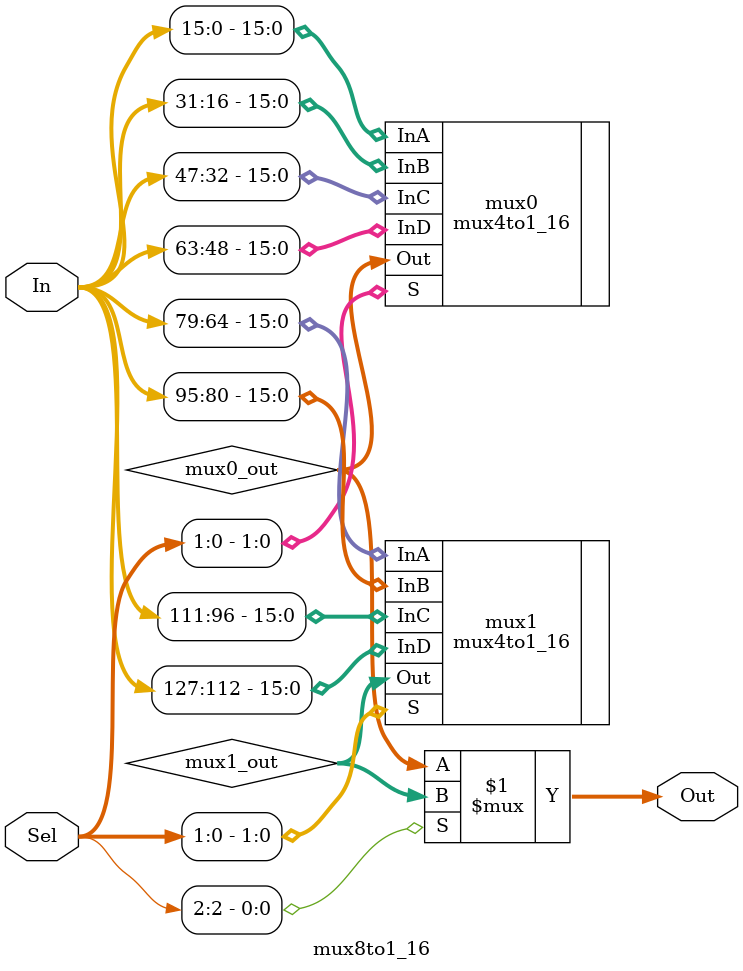
<source format=v>

module mux8to1_16(In, Sel, Out);
    input [127:0]  In;
    input [2:0]   Sel;
    output [15:0] Out;

    wire [15:0] mux0_out;
    wire [15:0] mux1_out;

    mux4to1_16 mux0(.InA(In[15:0]), .InB(In[31:16]), .InC (In[47:32]), .InD (In[63:48]), .S (Sel[1:0]), .Out(mux0_out));
    mux4to1_16 mux1(.InA(In[79:64]), .InB(In[95:80]), .InC (In[111:96]), .InD (In[127:112]), .S (Sel[1:0]), .Out(mux1_out));

    assign Out = (Sel[2]) ? mux1_out : mux0_out;
endmodule

</source>
